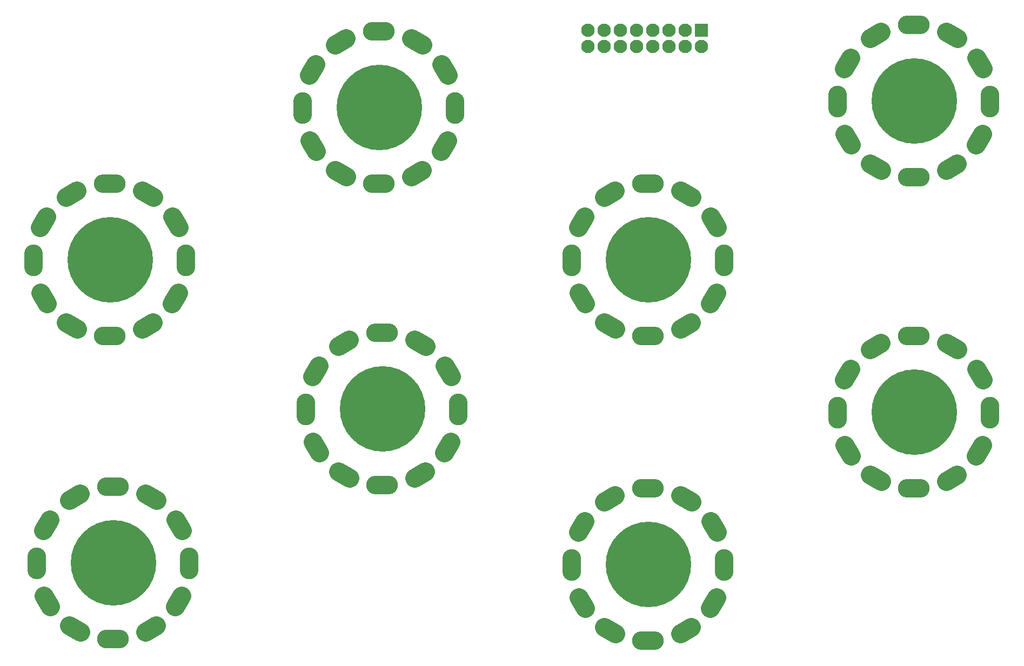
<source format=gbr>
G04 #@! TF.FileFunction,Soldermask,Bot*
%FSLAX46Y46*%
G04 Gerber Fmt 4.6, Leading zero omitted, Abs format (unit mm)*
G04 Created by KiCad (PCBNEW 4.0.7) date Wednesday, April 29, 2020 'PMt' 03:16:32 PM*
%MOMM*%
%LPD*%
G01*
G04 APERTURE LIST*
%ADD10C,0.100000*%
%ADD11O,2.940000X4.972000*%
%ADD12C,13.400000*%
%ADD13C,2.940000*%
%ADD14O,4.972000X2.940000*%
%ADD15R,2.100000X2.100000*%
%ADD16C,2.100000*%
G04 APERTURE END LIST*
D10*
D11*
X52533098Y-156795619D03*
X76409098Y-156795618D03*
D12*
X64534039Y-156747322D03*
D13*
X54627836Y-163617906D02*
X53611836Y-161858142D01*
X75305058Y-151679906D02*
X74289058Y-149920142D01*
D14*
X64407813Y-168687178D03*
X64407812Y-144811179D03*
D13*
X59348052Y-167598131D02*
X57588288Y-166582131D01*
X71286051Y-146920909D02*
X69526287Y-145904909D01*
X75211122Y-161864891D02*
X74195122Y-163624655D01*
X54533900Y-149926892D02*
X53517900Y-151686656D01*
X71230100Y-166582131D02*
X69470336Y-167598131D01*
X59292099Y-145904909D02*
X57532335Y-146920909D01*
D11*
X52025098Y-109297619D03*
X75901098Y-109297618D03*
D12*
X64026039Y-109249322D03*
D13*
X54119836Y-116119906D02*
X53103836Y-114360142D01*
X74797058Y-104181906D02*
X73781058Y-102422142D01*
D14*
X63899813Y-121189178D03*
X63899812Y-97313179D03*
D13*
X58840052Y-120100131D02*
X57080288Y-119084131D01*
X70778051Y-99422909D02*
X69018287Y-98406909D01*
X74703122Y-114366891D02*
X73687122Y-116126655D01*
X54025900Y-102428892D02*
X53009900Y-104188656D01*
X70722100Y-119084131D02*
X68962336Y-120100131D01*
X58784099Y-98406909D02*
X57024335Y-99422909D01*
D11*
X94697098Y-132665619D03*
X118573098Y-132665618D03*
D12*
X106698039Y-132617322D03*
D13*
X96791836Y-139487906D02*
X95775836Y-137728142D01*
X117469058Y-127549906D02*
X116453058Y-125790142D01*
D14*
X106571813Y-144557178D03*
X106571812Y-120681179D03*
D13*
X101512052Y-143468131D02*
X99752288Y-142452131D01*
X113450051Y-122790909D02*
X111690287Y-121774909D01*
X117375122Y-137734891D02*
X116359122Y-139494655D01*
X96697900Y-125796892D02*
X95681900Y-127556656D01*
X113394100Y-142452131D02*
X111634336Y-143468131D01*
X101456099Y-121774909D02*
X99696335Y-122790909D01*
D11*
X94189098Y-85421619D03*
X118065098Y-85421618D03*
D12*
X106190039Y-85373322D03*
D13*
X96283836Y-92243906D02*
X95267836Y-90484142D01*
X116961058Y-80305906D02*
X115945058Y-78546142D01*
D14*
X106063813Y-97313178D03*
X106063812Y-73437179D03*
D13*
X101004052Y-96224131D02*
X99244288Y-95208131D01*
X112942051Y-75546909D02*
X111182287Y-74530909D01*
X116867122Y-90490891D02*
X115851122Y-92250655D01*
X96189900Y-78552892D02*
X95173900Y-80312656D01*
X112886100Y-95208131D02*
X111126336Y-96224131D01*
X100948099Y-74530909D02*
X99188335Y-75546909D01*
D11*
X136353098Y-157049619D03*
X160229098Y-157049618D03*
D12*
X148354039Y-157001322D03*
D13*
X138447836Y-163871906D02*
X137431836Y-162112142D01*
X159125058Y-151933906D02*
X158109058Y-150174142D01*
D14*
X148227813Y-168941178D03*
X148227812Y-145065179D03*
D13*
X143168052Y-167852131D02*
X141408288Y-166836131D01*
X155106051Y-147174909D02*
X153346287Y-146158909D01*
X159031122Y-162118891D02*
X158015122Y-163878655D01*
X138353900Y-150180892D02*
X137337900Y-151940656D01*
X155050100Y-166836131D02*
X153290336Y-167852131D01*
X143112099Y-146158909D02*
X141352335Y-147174909D01*
D11*
X136353098Y-109297619D03*
X160229098Y-109297618D03*
D12*
X148354039Y-109249322D03*
D13*
X138447836Y-116119906D02*
X137431836Y-114360142D01*
X159125058Y-104181906D02*
X158109058Y-102422142D01*
D14*
X148227813Y-121189178D03*
X148227812Y-97313179D03*
D13*
X143168052Y-120100131D02*
X141408288Y-119084131D01*
X155106051Y-99422909D02*
X153346287Y-98406909D01*
X159031122Y-114366891D02*
X158015122Y-116126655D01*
X138353900Y-102428892D02*
X137337900Y-104188656D01*
X155050100Y-119084131D02*
X153290336Y-120100131D01*
X143112099Y-98406909D02*
X141352335Y-99422909D01*
D11*
X178009098Y-133173619D03*
X201885098Y-133173618D03*
D12*
X190010039Y-133125322D03*
D13*
X180103836Y-139995906D02*
X179087836Y-138236142D01*
X200781058Y-128057906D02*
X199765058Y-126298142D01*
D14*
X189883813Y-145065178D03*
X189883812Y-121189179D03*
D13*
X184824052Y-143976131D02*
X183064288Y-142960131D01*
X196762051Y-123298909D02*
X195002287Y-122282909D01*
X200687122Y-138242891D02*
X199671122Y-140002655D01*
X180009900Y-126304892D02*
X178993900Y-128064656D01*
X196706100Y-142960131D02*
X194946336Y-143976131D01*
X184768099Y-122282909D02*
X183008335Y-123298909D01*
D11*
X178009098Y-84405619D03*
X201885098Y-84405618D03*
D12*
X190010039Y-84357322D03*
D13*
X180103836Y-91227906D02*
X179087836Y-89468142D01*
X200781058Y-79289906D02*
X199765058Y-77530142D01*
D14*
X189883813Y-96297178D03*
X189883812Y-72421179D03*
D13*
X184824052Y-95208131D02*
X183064288Y-94192131D01*
X196762051Y-74530909D02*
X195002287Y-73514909D01*
X200687122Y-89474891D02*
X199671122Y-91234655D01*
X180009900Y-77536892D02*
X178993900Y-79296656D01*
X196706100Y-94192131D02*
X194946336Y-95208131D01*
X184768099Y-73514909D02*
X183008335Y-74530909D01*
D15*
X156670000Y-73235000D03*
D16*
X156670000Y-75775000D03*
X154130000Y-73235000D03*
X154130000Y-75775000D03*
X151590000Y-73235000D03*
X151590000Y-75775000D03*
X149050000Y-73235000D03*
X149050000Y-75775000D03*
X146510000Y-73235000D03*
X146510000Y-75775000D03*
X143970000Y-73235000D03*
X143970000Y-75775000D03*
X141430000Y-73235000D03*
X141430000Y-75775000D03*
X138890000Y-73235000D03*
X138890000Y-75775000D03*
M02*

</source>
